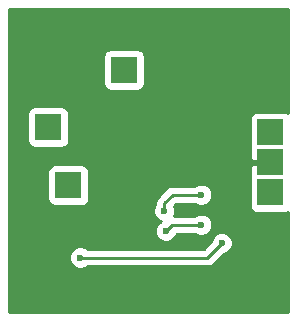
<source format=gbl>
G04 #@! TF.FileFunction,Copper,L2,Bot,Signal*
%FSLAX46Y46*%
G04 Gerber Fmt 4.6, Leading zero omitted, Abs format (unit mm)*
G04 Created by KiCad (PCBNEW 4.0.4+e1-6308~48~ubuntu16.04.1-stable) date Thu Nov  3 23:15:19 2016*
%MOMM*%
%LPD*%
G01*
G04 APERTURE LIST*
%ADD10C,0.100000*%
%ADD11R,2.235200X2.235200*%
%ADD12C,0.600000*%
%ADD13C,0.250000*%
%ADD14C,0.254000*%
G04 APERTURE END LIST*
D10*
D11*
X194360800Y-59690000D03*
X177241200Y-61620400D03*
X194360800Y-57150000D03*
X194360800Y-62230000D03*
X175550000Y-56700000D03*
X181950000Y-51850000D03*
D12*
X181554480Y-66903165D03*
X174000000Y-72250000D03*
X173500000Y-67250000D03*
X194000000Y-68750000D03*
X190500000Y-53250000D03*
X189250000Y-58250000D03*
X188500000Y-62420000D03*
X185374990Y-63779513D03*
X178258003Y-67739757D03*
X190250000Y-66500000D03*
X188500000Y-64960000D03*
X185500000Y-65500000D03*
D13*
X186080000Y-62420000D02*
X185374990Y-63125010D01*
X185374990Y-63125010D02*
X185374990Y-63779513D01*
X188500000Y-62420000D02*
X186080000Y-62420000D01*
X178682267Y-67739757D02*
X178258003Y-67739757D01*
X189010243Y-67739757D02*
X178682267Y-67739757D01*
X190250000Y-66500000D02*
X189010243Y-67739757D01*
X188500000Y-64960000D02*
X186040000Y-64960000D01*
X186040000Y-64960000D02*
X185500000Y-65500000D01*
D14*
G36*
X195815000Y-55493849D02*
X195730290Y-55435969D01*
X195478400Y-55384960D01*
X193243200Y-55384960D01*
X193007883Y-55429238D01*
X192791759Y-55568310D01*
X192646769Y-55780510D01*
X192595760Y-56032400D01*
X192595760Y-58267600D01*
X192622740Y-58410987D01*
X192608200Y-58446090D01*
X192608200Y-59404250D01*
X192766950Y-59563000D01*
X194233800Y-59563000D01*
X194233800Y-59543000D01*
X194487800Y-59543000D01*
X194487800Y-59563000D01*
X194507800Y-59563000D01*
X194507800Y-59817000D01*
X194487800Y-59817000D01*
X194487800Y-59837000D01*
X194233800Y-59837000D01*
X194233800Y-59817000D01*
X192766950Y-59817000D01*
X192608200Y-59975750D01*
X192608200Y-60933910D01*
X192624121Y-60972347D01*
X192595760Y-61112400D01*
X192595760Y-63347600D01*
X192640038Y-63582917D01*
X192779110Y-63799041D01*
X192991310Y-63944031D01*
X193243200Y-63995040D01*
X195478400Y-63995040D01*
X195713717Y-63950762D01*
X195815000Y-63885588D01*
X195815000Y-72315000D01*
X172185000Y-72315000D01*
X172185000Y-67924924D01*
X177322841Y-67924924D01*
X177464886Y-68268700D01*
X177727676Y-68531949D01*
X178071204Y-68674595D01*
X178443170Y-68674919D01*
X178786946Y-68532874D01*
X178820121Y-68499757D01*
X189010243Y-68499757D01*
X189301082Y-68441905D01*
X189547644Y-68277158D01*
X190389680Y-67435122D01*
X190435167Y-67435162D01*
X190778943Y-67293117D01*
X191042192Y-67030327D01*
X191184838Y-66686799D01*
X191185162Y-66314833D01*
X191043117Y-65971057D01*
X190780327Y-65707808D01*
X190436799Y-65565162D01*
X190064833Y-65564838D01*
X189721057Y-65706883D01*
X189457808Y-65969673D01*
X189315162Y-66313201D01*
X189315121Y-66360077D01*
X188695441Y-66979757D01*
X178820466Y-66979757D01*
X178788330Y-66947565D01*
X178444802Y-66804919D01*
X178072836Y-66804595D01*
X177729060Y-66946640D01*
X177465811Y-67209430D01*
X177323165Y-67552958D01*
X177322841Y-67924924D01*
X172185000Y-67924924D01*
X172185000Y-63964680D01*
X184439828Y-63964680D01*
X184581873Y-64308456D01*
X184844663Y-64571705D01*
X185070878Y-64665638D01*
X184971057Y-64706883D01*
X184707808Y-64969673D01*
X184565162Y-65313201D01*
X184564838Y-65685167D01*
X184706883Y-66028943D01*
X184969673Y-66292192D01*
X185313201Y-66434838D01*
X185685167Y-66435162D01*
X186028943Y-66293117D01*
X186292192Y-66030327D01*
X186421052Y-65720000D01*
X187937537Y-65720000D01*
X187969673Y-65752192D01*
X188313201Y-65894838D01*
X188685167Y-65895162D01*
X189028943Y-65753117D01*
X189292192Y-65490327D01*
X189434838Y-65146799D01*
X189435162Y-64774833D01*
X189293117Y-64431057D01*
X189030327Y-64167808D01*
X188686799Y-64025162D01*
X188314833Y-64024838D01*
X187971057Y-64166883D01*
X187937882Y-64200000D01*
X186212792Y-64200000D01*
X186309828Y-63966312D01*
X186310152Y-63594346D01*
X186213755Y-63361047D01*
X186394802Y-63180000D01*
X187937537Y-63180000D01*
X187969673Y-63212192D01*
X188313201Y-63354838D01*
X188685167Y-63355162D01*
X189028943Y-63213117D01*
X189292192Y-62950327D01*
X189434838Y-62606799D01*
X189435162Y-62234833D01*
X189293117Y-61891057D01*
X189030327Y-61627808D01*
X188686799Y-61485162D01*
X188314833Y-61484838D01*
X187971057Y-61626883D01*
X187937882Y-61660000D01*
X186080000Y-61660000D01*
X185789161Y-61717852D01*
X185542599Y-61882599D01*
X184837589Y-62587609D01*
X184672842Y-62834171D01*
X184614990Y-63125010D01*
X184614990Y-63217050D01*
X184582798Y-63249186D01*
X184440152Y-63592714D01*
X184439828Y-63964680D01*
X172185000Y-63964680D01*
X172185000Y-60502800D01*
X175476160Y-60502800D01*
X175476160Y-62738000D01*
X175520438Y-62973317D01*
X175659510Y-63189441D01*
X175871710Y-63334431D01*
X176123600Y-63385440D01*
X178358800Y-63385440D01*
X178594117Y-63341162D01*
X178810241Y-63202090D01*
X178955231Y-62989890D01*
X179006240Y-62738000D01*
X179006240Y-60502800D01*
X178961962Y-60267483D01*
X178822890Y-60051359D01*
X178610690Y-59906369D01*
X178358800Y-59855360D01*
X176123600Y-59855360D01*
X175888283Y-59899638D01*
X175672159Y-60038710D01*
X175527169Y-60250910D01*
X175476160Y-60502800D01*
X172185000Y-60502800D01*
X172185000Y-55582400D01*
X173784960Y-55582400D01*
X173784960Y-57817600D01*
X173829238Y-58052917D01*
X173968310Y-58269041D01*
X174180510Y-58414031D01*
X174432400Y-58465040D01*
X176667600Y-58465040D01*
X176902917Y-58420762D01*
X177119041Y-58281690D01*
X177264031Y-58069490D01*
X177315040Y-57817600D01*
X177315040Y-55582400D01*
X177270762Y-55347083D01*
X177131690Y-55130959D01*
X176919490Y-54985969D01*
X176667600Y-54934960D01*
X174432400Y-54934960D01*
X174197083Y-54979238D01*
X173980959Y-55118310D01*
X173835969Y-55330510D01*
X173784960Y-55582400D01*
X172185000Y-55582400D01*
X172185000Y-50732400D01*
X180184960Y-50732400D01*
X180184960Y-52967600D01*
X180229238Y-53202917D01*
X180368310Y-53419041D01*
X180580510Y-53564031D01*
X180832400Y-53615040D01*
X183067600Y-53615040D01*
X183302917Y-53570762D01*
X183519041Y-53431690D01*
X183664031Y-53219490D01*
X183715040Y-52967600D01*
X183715040Y-50732400D01*
X183670762Y-50497083D01*
X183531690Y-50280959D01*
X183319490Y-50135969D01*
X183067600Y-50084960D01*
X180832400Y-50084960D01*
X180597083Y-50129238D01*
X180380959Y-50268310D01*
X180235969Y-50480510D01*
X180184960Y-50732400D01*
X172185000Y-50732400D01*
X172185000Y-46685000D01*
X195815000Y-46685000D01*
X195815000Y-55493849D01*
X195815000Y-55493849D01*
G37*
X195815000Y-55493849D02*
X195730290Y-55435969D01*
X195478400Y-55384960D01*
X193243200Y-55384960D01*
X193007883Y-55429238D01*
X192791759Y-55568310D01*
X192646769Y-55780510D01*
X192595760Y-56032400D01*
X192595760Y-58267600D01*
X192622740Y-58410987D01*
X192608200Y-58446090D01*
X192608200Y-59404250D01*
X192766950Y-59563000D01*
X194233800Y-59563000D01*
X194233800Y-59543000D01*
X194487800Y-59543000D01*
X194487800Y-59563000D01*
X194507800Y-59563000D01*
X194507800Y-59817000D01*
X194487800Y-59817000D01*
X194487800Y-59837000D01*
X194233800Y-59837000D01*
X194233800Y-59817000D01*
X192766950Y-59817000D01*
X192608200Y-59975750D01*
X192608200Y-60933910D01*
X192624121Y-60972347D01*
X192595760Y-61112400D01*
X192595760Y-63347600D01*
X192640038Y-63582917D01*
X192779110Y-63799041D01*
X192991310Y-63944031D01*
X193243200Y-63995040D01*
X195478400Y-63995040D01*
X195713717Y-63950762D01*
X195815000Y-63885588D01*
X195815000Y-72315000D01*
X172185000Y-72315000D01*
X172185000Y-67924924D01*
X177322841Y-67924924D01*
X177464886Y-68268700D01*
X177727676Y-68531949D01*
X178071204Y-68674595D01*
X178443170Y-68674919D01*
X178786946Y-68532874D01*
X178820121Y-68499757D01*
X189010243Y-68499757D01*
X189301082Y-68441905D01*
X189547644Y-68277158D01*
X190389680Y-67435122D01*
X190435167Y-67435162D01*
X190778943Y-67293117D01*
X191042192Y-67030327D01*
X191184838Y-66686799D01*
X191185162Y-66314833D01*
X191043117Y-65971057D01*
X190780327Y-65707808D01*
X190436799Y-65565162D01*
X190064833Y-65564838D01*
X189721057Y-65706883D01*
X189457808Y-65969673D01*
X189315162Y-66313201D01*
X189315121Y-66360077D01*
X188695441Y-66979757D01*
X178820466Y-66979757D01*
X178788330Y-66947565D01*
X178444802Y-66804919D01*
X178072836Y-66804595D01*
X177729060Y-66946640D01*
X177465811Y-67209430D01*
X177323165Y-67552958D01*
X177322841Y-67924924D01*
X172185000Y-67924924D01*
X172185000Y-63964680D01*
X184439828Y-63964680D01*
X184581873Y-64308456D01*
X184844663Y-64571705D01*
X185070878Y-64665638D01*
X184971057Y-64706883D01*
X184707808Y-64969673D01*
X184565162Y-65313201D01*
X184564838Y-65685167D01*
X184706883Y-66028943D01*
X184969673Y-66292192D01*
X185313201Y-66434838D01*
X185685167Y-66435162D01*
X186028943Y-66293117D01*
X186292192Y-66030327D01*
X186421052Y-65720000D01*
X187937537Y-65720000D01*
X187969673Y-65752192D01*
X188313201Y-65894838D01*
X188685167Y-65895162D01*
X189028943Y-65753117D01*
X189292192Y-65490327D01*
X189434838Y-65146799D01*
X189435162Y-64774833D01*
X189293117Y-64431057D01*
X189030327Y-64167808D01*
X188686799Y-64025162D01*
X188314833Y-64024838D01*
X187971057Y-64166883D01*
X187937882Y-64200000D01*
X186212792Y-64200000D01*
X186309828Y-63966312D01*
X186310152Y-63594346D01*
X186213755Y-63361047D01*
X186394802Y-63180000D01*
X187937537Y-63180000D01*
X187969673Y-63212192D01*
X188313201Y-63354838D01*
X188685167Y-63355162D01*
X189028943Y-63213117D01*
X189292192Y-62950327D01*
X189434838Y-62606799D01*
X189435162Y-62234833D01*
X189293117Y-61891057D01*
X189030327Y-61627808D01*
X188686799Y-61485162D01*
X188314833Y-61484838D01*
X187971057Y-61626883D01*
X187937882Y-61660000D01*
X186080000Y-61660000D01*
X185789161Y-61717852D01*
X185542599Y-61882599D01*
X184837589Y-62587609D01*
X184672842Y-62834171D01*
X184614990Y-63125010D01*
X184614990Y-63217050D01*
X184582798Y-63249186D01*
X184440152Y-63592714D01*
X184439828Y-63964680D01*
X172185000Y-63964680D01*
X172185000Y-60502800D01*
X175476160Y-60502800D01*
X175476160Y-62738000D01*
X175520438Y-62973317D01*
X175659510Y-63189441D01*
X175871710Y-63334431D01*
X176123600Y-63385440D01*
X178358800Y-63385440D01*
X178594117Y-63341162D01*
X178810241Y-63202090D01*
X178955231Y-62989890D01*
X179006240Y-62738000D01*
X179006240Y-60502800D01*
X178961962Y-60267483D01*
X178822890Y-60051359D01*
X178610690Y-59906369D01*
X178358800Y-59855360D01*
X176123600Y-59855360D01*
X175888283Y-59899638D01*
X175672159Y-60038710D01*
X175527169Y-60250910D01*
X175476160Y-60502800D01*
X172185000Y-60502800D01*
X172185000Y-55582400D01*
X173784960Y-55582400D01*
X173784960Y-57817600D01*
X173829238Y-58052917D01*
X173968310Y-58269041D01*
X174180510Y-58414031D01*
X174432400Y-58465040D01*
X176667600Y-58465040D01*
X176902917Y-58420762D01*
X177119041Y-58281690D01*
X177264031Y-58069490D01*
X177315040Y-57817600D01*
X177315040Y-55582400D01*
X177270762Y-55347083D01*
X177131690Y-55130959D01*
X176919490Y-54985969D01*
X176667600Y-54934960D01*
X174432400Y-54934960D01*
X174197083Y-54979238D01*
X173980959Y-55118310D01*
X173835969Y-55330510D01*
X173784960Y-55582400D01*
X172185000Y-55582400D01*
X172185000Y-50732400D01*
X180184960Y-50732400D01*
X180184960Y-52967600D01*
X180229238Y-53202917D01*
X180368310Y-53419041D01*
X180580510Y-53564031D01*
X180832400Y-53615040D01*
X183067600Y-53615040D01*
X183302917Y-53570762D01*
X183519041Y-53431690D01*
X183664031Y-53219490D01*
X183715040Y-52967600D01*
X183715040Y-50732400D01*
X183670762Y-50497083D01*
X183531690Y-50280959D01*
X183319490Y-50135969D01*
X183067600Y-50084960D01*
X180832400Y-50084960D01*
X180597083Y-50129238D01*
X180380959Y-50268310D01*
X180235969Y-50480510D01*
X180184960Y-50732400D01*
X172185000Y-50732400D01*
X172185000Y-46685000D01*
X195815000Y-46685000D01*
X195815000Y-55493849D01*
M02*

</source>
